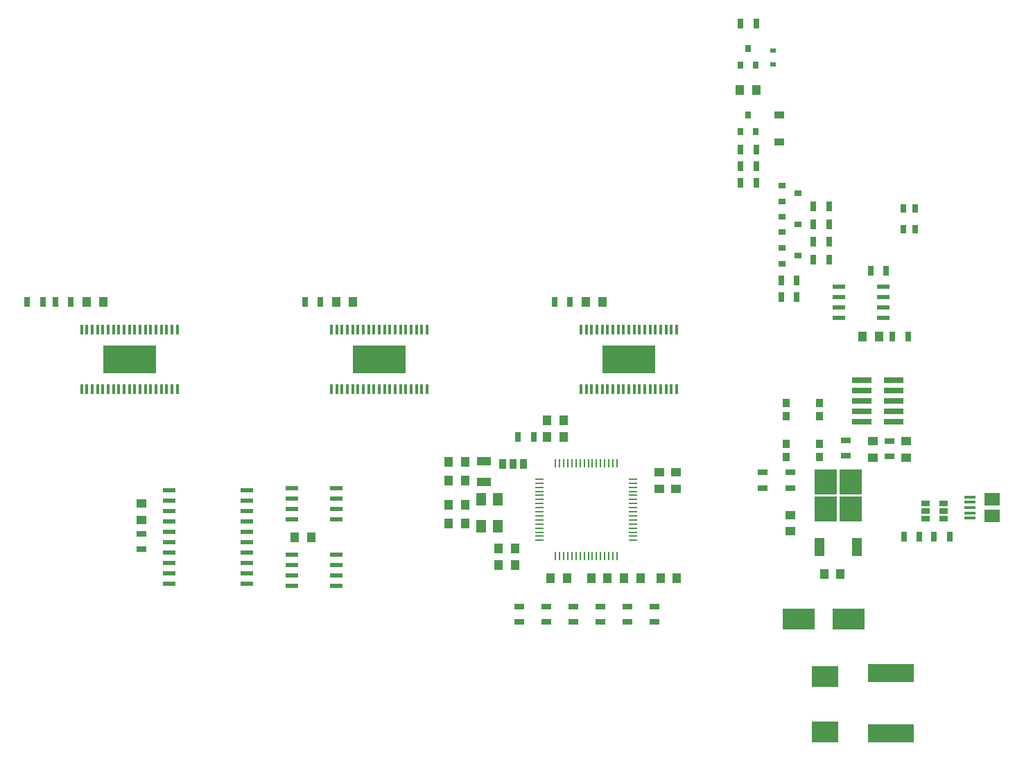
<source format=gbr>
G04 #@! TF.GenerationSoftware,KiCad,Pcbnew,(5.0.1-3-g963ef8bb5)*
G04 #@! TF.CreationDate,2018-10-27T20:23:32-05:00*
G04 #@! TF.ProjectId,kbxBinaryClock.v4,6B627842696E617279436C6F636B2E76,rev?*
G04 #@! TF.SameCoordinates,Original*
G04 #@! TF.FileFunction,Paste,Top*
G04 #@! TF.FilePolarity,Positive*
%FSLAX46Y46*%
G04 Gerber Fmt 4.6, Leading zero omitted, Abs format (unit mm)*
G04 Created by KiCad (PCBNEW (5.0.1-3-g963ef8bb5)) date Saturday, October 27, 2018 at 08:23:32 PM*
%MOMM*%
%LPD*%
G01*
G04 APERTURE LIST*
%ADD10R,1.550000X0.600000*%
%ADD11R,1.500000X0.600000*%
%ADD12R,1.000000X0.250000*%
%ADD13R,0.250000X1.000000*%
%ADD14R,1.300000X0.700000*%
%ADD15R,1.250000X1.000000*%
%ADD16R,2.400000X0.740000*%
%ADD17R,1.000000X1.250000*%
%ADD18R,0.700000X1.300000*%
%ADD19R,0.900000X0.800000*%
%ADD20R,0.970000X1.270000*%
%ADD21R,1.300000X1.600000*%
%ADD22R,1.800000X1.000000*%
%ADD23R,1.900000X1.500000*%
%ADD24R,1.350000X0.400000*%
%ADD25R,6.500000X3.500000*%
%ADD26R,0.400000X1.200000*%
%ADD27R,5.600000X2.300000*%
%ADD28R,0.800000X0.900000*%
%ADD29R,0.900000X1.000000*%
%ADD30R,0.800000X1.000000*%
%ADD31R,4.000000X2.500000*%
%ADD32R,1.060000X0.650000*%
%ADD33R,1.200000X0.900000*%
%ADD34R,3.300000X2.500000*%
%ADD35R,0.800000X0.600000*%
%ADD36R,1.200000X2.200000*%
%ADD37R,2.750000X3.050000*%
G04 APERTURE END LIST*
D10*
G04 #@! TO.C,U7*
X134173000Y-114237000D03*
X134173000Y-115507000D03*
X134173000Y-116777000D03*
X134173000Y-118047000D03*
X139573000Y-118047000D03*
X139573000Y-116777000D03*
X139573000Y-115507000D03*
X139573000Y-114237000D03*
G04 #@! TD*
D11*
G04 #@! TO.C,U5*
X119151000Y-120841000D03*
X119151000Y-119571000D03*
X119151000Y-118301000D03*
X119151000Y-117031000D03*
X119151000Y-115761000D03*
X119151000Y-114491000D03*
X119151000Y-122111000D03*
X119151000Y-123381000D03*
X119151000Y-124651000D03*
X119151000Y-125921000D03*
X128651000Y-125921000D03*
X128651000Y-124651000D03*
X128651000Y-123381000D03*
X128651000Y-122111000D03*
X128651000Y-120841000D03*
X128651000Y-119571000D03*
X128651000Y-118301000D03*
X128651000Y-117031000D03*
X128651000Y-115761000D03*
X128651000Y-114491000D03*
G04 #@! TD*
D12*
G04 #@! TO.C,U1*
X164427000Y-113095000D03*
X164427000Y-113595000D03*
X164427000Y-114095000D03*
X164427000Y-114595000D03*
X164427000Y-115095000D03*
X164427000Y-115595000D03*
X164427000Y-116095000D03*
X164427000Y-116595000D03*
X164427000Y-117095000D03*
X164427000Y-117595000D03*
X164427000Y-118095000D03*
X164427000Y-118595000D03*
X164427000Y-119095000D03*
X164427000Y-119595000D03*
X164427000Y-120095000D03*
X164427000Y-120595000D03*
D13*
X166377000Y-122545000D03*
X166877000Y-122545000D03*
X167377000Y-122545000D03*
X167877000Y-122545000D03*
X168377000Y-122545000D03*
X168877000Y-122545000D03*
X169377000Y-122545000D03*
X169877000Y-122545000D03*
X170377000Y-122545000D03*
X170877000Y-122545000D03*
X171377000Y-122545000D03*
X171877000Y-122545000D03*
X172377000Y-122545000D03*
X172877000Y-122545000D03*
X173377000Y-122545000D03*
X173877000Y-122545000D03*
D12*
X175827000Y-120595000D03*
X175827000Y-120095000D03*
X175827000Y-119595000D03*
X175827000Y-119095000D03*
X175827000Y-118595000D03*
X175827000Y-118095000D03*
X175827000Y-117595000D03*
X175827000Y-117095000D03*
X175827000Y-116595000D03*
X175827000Y-116095000D03*
X175827000Y-115595000D03*
X175827000Y-115095000D03*
X175827000Y-114595000D03*
X175827000Y-114095000D03*
X175827000Y-113595000D03*
X175827000Y-113095000D03*
D13*
X173877000Y-111145000D03*
X173377000Y-111145000D03*
X172877000Y-111145000D03*
X172377000Y-111145000D03*
X171877000Y-111145000D03*
X171377000Y-111145000D03*
X170877000Y-111145000D03*
X170377000Y-111145000D03*
X169877000Y-111145000D03*
X169377000Y-111145000D03*
X168877000Y-111145000D03*
X168377000Y-111145000D03*
X167877000Y-111145000D03*
X167377000Y-111145000D03*
X166877000Y-111145000D03*
X166377000Y-111145000D03*
G04 #@! TD*
D14*
G04 #@! TO.C,R3*
X201803000Y-110236000D03*
X201803000Y-108336000D03*
G04 #@! TD*
G04 #@! TO.C,R8*
X207137000Y-110358000D03*
X207137000Y-108458000D03*
G04 #@! TD*
D15*
G04 #@! TO.C,C22*
X209169000Y-110458000D03*
X209169000Y-108458000D03*
G04 #@! TD*
D14*
G04 #@! TO.C,R7*
X191643000Y-114173000D03*
X191643000Y-112273000D03*
G04 #@! TD*
G04 #@! TO.C,R6*
X195072000Y-114173000D03*
X195072000Y-112273000D03*
G04 #@! TD*
D15*
G04 #@! TO.C,C5*
X205105000Y-108458000D03*
X205105000Y-110458000D03*
G04 #@! TD*
D16*
G04 #@! TO.C,P2*
X203745000Y-100965000D03*
X207645000Y-100965000D03*
X203745000Y-102235000D03*
X207645000Y-102235000D03*
X203745000Y-103505000D03*
X207645000Y-103505000D03*
X203745000Y-104775000D03*
X207645000Y-104775000D03*
X203745000Y-106045000D03*
X207645000Y-106045000D03*
G04 #@! TD*
D17*
G04 #@! TO.C,C13*
X165354000Y-105918000D03*
X167354000Y-105918000D03*
G04 #@! TD*
D10*
G04 #@! TO.C,U8*
X134173000Y-122365000D03*
X134173000Y-123635000D03*
X134173000Y-124905000D03*
X134173000Y-126175000D03*
X139573000Y-126175000D03*
X139573000Y-124905000D03*
X139573000Y-123635000D03*
X139573000Y-122365000D03*
G04 #@! TD*
D18*
G04 #@! TO.C,R20*
X199771000Y-79756000D03*
X197871000Y-79756000D03*
G04 #@! TD*
D19*
G04 #@! TO.C,Q5*
X194008000Y-84838500D03*
X194008000Y-86738500D03*
X196008000Y-85788500D03*
G04 #@! TD*
D18*
G04 #@! TO.C,R22*
X197871000Y-84074000D03*
X199771000Y-84074000D03*
G04 #@! TD*
G04 #@! TO.C,R21*
X197871000Y-81915000D03*
X199771000Y-81915000D03*
G04 #@! TD*
D17*
G04 #@! TO.C,C21*
X134525000Y-120206000D03*
X136525000Y-120206000D03*
G04 #@! TD*
D18*
G04 #@! TO.C,R27*
X195829000Y-88773000D03*
X193929000Y-88773000D03*
G04 #@! TD*
D19*
G04 #@! TO.C,Q4*
X193992000Y-81026000D03*
X193992000Y-82926000D03*
X195992000Y-81976000D03*
G04 #@! TD*
D18*
G04 #@! TO.C,R26*
X195834000Y-90805000D03*
X193934000Y-90805000D03*
G04 #@! TD*
D14*
G04 #@! TO.C,R13*
X175133000Y-128651000D03*
X175133000Y-130551000D03*
G04 #@! TD*
G04 #@! TO.C,R14*
X178435000Y-128651000D03*
X178435000Y-130551000D03*
G04 #@! TD*
D17*
G04 #@! TO.C,C7*
X161417000Y-123571000D03*
X159417000Y-123571000D03*
G04 #@! TD*
G04 #@! TO.C,C2*
X155321000Y-118491000D03*
X153321000Y-118491000D03*
G04 #@! TD*
D20*
G04 #@! TO.C,SB1*
X159893000Y-111252000D03*
X161163000Y-111252000D03*
X162433000Y-111252000D03*
G04 #@! TD*
D21*
G04 #@! TO.C,Y1*
X159288000Y-118859000D03*
X159288000Y-115559000D03*
X157288000Y-115559000D03*
X157288000Y-118859000D03*
G04 #@! TD*
D17*
G04 #@! TO.C,C1*
X155321000Y-116205000D03*
X153321000Y-116205000D03*
G04 #@! TD*
G04 #@! TO.C,C6*
X161417000Y-121539000D03*
X159417000Y-121539000D03*
G04 #@! TD*
G04 #@! TO.C,C4*
X153321000Y-113284000D03*
X155321000Y-113284000D03*
G04 #@! TD*
D22*
G04 #@! TO.C,Y2*
X157607000Y-113411000D03*
X157607000Y-110911000D03*
G04 #@! TD*
D17*
G04 #@! TO.C,C3*
X155321000Y-110998000D03*
X153321000Y-110998000D03*
G04 #@! TD*
D14*
G04 #@! TO.C,R11*
X168529000Y-128651000D03*
X168529000Y-130551000D03*
G04 #@! TD*
D17*
G04 #@! TO.C,C14*
X170720000Y-125222000D03*
X172720000Y-125222000D03*
G04 #@! TD*
D14*
G04 #@! TO.C,R10*
X165227000Y-128651000D03*
X165227000Y-130551000D03*
G04 #@! TD*
G04 #@! TO.C,R12*
X171831000Y-128651000D03*
X171831000Y-130551000D03*
G04 #@! TD*
G04 #@! TO.C,R9*
X161925000Y-128651000D03*
X161925000Y-130551000D03*
G04 #@! TD*
D17*
G04 #@! TO.C,C11*
X176752000Y-125222000D03*
X174752000Y-125222000D03*
G04 #@! TD*
G04 #@! TO.C,C10*
X167767000Y-125222000D03*
X165767000Y-125222000D03*
G04 #@! TD*
G04 #@! TO.C,C12*
X165354000Y-107950000D03*
X167354000Y-107950000D03*
G04 #@! TD*
D15*
G04 #@! TO.C,C8*
X179070000Y-112268000D03*
X179070000Y-114268000D03*
G04 #@! TD*
G04 #@! TO.C,C9*
X181102000Y-112268000D03*
X181102000Y-114268000D03*
G04 #@! TD*
D17*
G04 #@! TO.C,C15*
X179197000Y-125222000D03*
X181197000Y-125222000D03*
G04 #@! TD*
D18*
G04 #@! TO.C,R23*
X161803000Y-107950000D03*
X163703000Y-107950000D03*
G04 #@! TD*
D14*
G04 #@! TO.C,R24*
X115824000Y-121661000D03*
X115824000Y-119761000D03*
G04 #@! TD*
D15*
G04 #@! TO.C,C19*
X115824000Y-118110000D03*
X115824000Y-116110000D03*
G04 #@! TD*
D17*
G04 #@! TO.C,C16*
X109125000Y-91440000D03*
X111125000Y-91440000D03*
G04 #@! TD*
D18*
G04 #@! TO.C,R15*
X107183000Y-91440000D03*
X105283000Y-91440000D03*
G04 #@! TD*
G04 #@! TO.C,R16*
X137663000Y-91440000D03*
X135763000Y-91440000D03*
G04 #@! TD*
D17*
G04 #@! TO.C,C17*
X139605000Y-91440000D03*
X141605000Y-91440000D03*
G04 #@! TD*
D18*
G04 #@! TO.C,R17*
X168148000Y-91440000D03*
X166248000Y-91440000D03*
G04 #@! TD*
D17*
G04 #@! TO.C,C18*
X170085000Y-91440000D03*
X172085000Y-91440000D03*
G04 #@! TD*
D18*
G04 #@! TO.C,R25*
X199771000Y-86233000D03*
X197871000Y-86233000D03*
G04 #@! TD*
G04 #@! TO.C,R18*
X101859000Y-91440000D03*
X103759000Y-91440000D03*
G04 #@! TD*
D19*
G04 #@! TO.C,Q3*
X194008000Y-77218500D03*
X194008000Y-79118500D03*
X196008000Y-78168500D03*
G04 #@! TD*
D23*
G04 #@! TO.C,P1*
X219710000Y-115570000D03*
D24*
X217010000Y-117220000D03*
X217010000Y-117870000D03*
X217010000Y-115270000D03*
X217010000Y-115920000D03*
X217010000Y-116570000D03*
D23*
X219710000Y-117570000D03*
G04 #@! TD*
D25*
G04 #@! TO.C,U4*
X175320000Y-98440000D03*
D26*
X169470000Y-94790000D03*
X170120000Y-94790000D03*
X170770000Y-94790000D03*
X171420000Y-94790000D03*
X172070000Y-94790000D03*
X172720000Y-94790000D03*
X173370000Y-94790000D03*
X174020000Y-94790000D03*
X174670000Y-94790000D03*
X175320000Y-94790000D03*
X175970000Y-94790000D03*
X176620000Y-94790000D03*
X177270000Y-94790000D03*
X177920000Y-94790000D03*
X178570000Y-94790000D03*
X179220000Y-94790000D03*
X179870000Y-94790000D03*
X180520000Y-94790000D03*
X181170000Y-94790000D03*
X181170000Y-102090000D03*
X180520000Y-102090000D03*
X179870000Y-102090000D03*
X179220000Y-102090000D03*
X178570000Y-102090000D03*
X177920000Y-102090000D03*
X177270000Y-102090000D03*
X176620000Y-102090000D03*
X175970000Y-102090000D03*
X175320000Y-102090000D03*
X174670000Y-102090000D03*
X174020000Y-102090000D03*
X173370000Y-102090000D03*
X172720000Y-102090000D03*
X172070000Y-102090000D03*
X171420000Y-102090000D03*
X170770000Y-102090000D03*
X170120000Y-102090000D03*
X169470000Y-102090000D03*
G04 #@! TD*
D25*
G04 #@! TO.C,U3*
X144847000Y-98440000D03*
D26*
X138997000Y-94790000D03*
X139647000Y-94790000D03*
X140297000Y-94790000D03*
X140947000Y-94790000D03*
X141597000Y-94790000D03*
X142247000Y-94790000D03*
X142897000Y-94790000D03*
X143547000Y-94790000D03*
X144197000Y-94790000D03*
X144847000Y-94790000D03*
X145497000Y-94790000D03*
X146147000Y-94790000D03*
X146797000Y-94790000D03*
X147447000Y-94790000D03*
X148097000Y-94790000D03*
X148747000Y-94790000D03*
X149397000Y-94790000D03*
X150047000Y-94790000D03*
X150697000Y-94790000D03*
X150697000Y-102090000D03*
X150047000Y-102090000D03*
X149397000Y-102090000D03*
X148747000Y-102090000D03*
X148097000Y-102090000D03*
X147447000Y-102090000D03*
X146797000Y-102090000D03*
X146147000Y-102090000D03*
X145497000Y-102090000D03*
X144847000Y-102090000D03*
X144197000Y-102090000D03*
X143547000Y-102090000D03*
X142897000Y-102090000D03*
X142247000Y-102090000D03*
X141597000Y-102090000D03*
X140947000Y-102090000D03*
X140297000Y-102090000D03*
X139647000Y-102090000D03*
X138997000Y-102090000D03*
G04 #@! TD*
D25*
G04 #@! TO.C,U2*
X114337000Y-98440000D03*
D26*
X108487000Y-94790000D03*
X109137000Y-94790000D03*
X109787000Y-94790000D03*
X110437000Y-94790000D03*
X111087000Y-94790000D03*
X111737000Y-94790000D03*
X112387000Y-94790000D03*
X113037000Y-94790000D03*
X113687000Y-94790000D03*
X114337000Y-94790000D03*
X114987000Y-94790000D03*
X115637000Y-94790000D03*
X116287000Y-94790000D03*
X116937000Y-94790000D03*
X117587000Y-94790000D03*
X118237000Y-94790000D03*
X118887000Y-94790000D03*
X119537000Y-94790000D03*
X120187000Y-94790000D03*
X120187000Y-102090000D03*
X119537000Y-102090000D03*
X118887000Y-102090000D03*
X118237000Y-102090000D03*
X117587000Y-102090000D03*
X116937000Y-102090000D03*
X116287000Y-102090000D03*
X115637000Y-102090000D03*
X114987000Y-102090000D03*
X114337000Y-102090000D03*
X113687000Y-102090000D03*
X113037000Y-102090000D03*
X112387000Y-102090000D03*
X111737000Y-102090000D03*
X111087000Y-102090000D03*
X110437000Y-102090000D03*
X109787000Y-102090000D03*
X109137000Y-102090000D03*
X108487000Y-102090000D03*
G04 #@! TD*
D27*
G04 #@! TO.C,F1*
X207366000Y-144204000D03*
X207366000Y-136804000D03*
G04 #@! TD*
D28*
G04 #@! TO.C,Q2*
X188915000Y-70580000D03*
X190815000Y-70580000D03*
X189865000Y-68580000D03*
G04 #@! TD*
D18*
G04 #@! TO.C,R1*
X214503000Y-120142000D03*
X212603000Y-120142000D03*
G04 #@! TD*
G04 #@! TO.C,R2*
X208915000Y-120142000D03*
X210815000Y-120142000D03*
G04 #@! TD*
G04 #@! TO.C,R4*
X188981000Y-76835000D03*
X190881000Y-76835000D03*
G04 #@! TD*
G04 #@! TO.C,R5*
X188981000Y-74803000D03*
X190881000Y-74803000D03*
G04 #@! TD*
D29*
G04 #@! TO.C,SW1*
X198628000Y-110363000D03*
X198628000Y-108763000D03*
X194528000Y-110363000D03*
X194528000Y-108763000D03*
G04 #@! TD*
D17*
G04 #@! TO.C,C24*
X201168000Y-124714000D03*
X199168000Y-124714000D03*
G04 #@! TD*
D15*
G04 #@! TO.C,C25*
X195072000Y-117475000D03*
X195072000Y-119475000D03*
G04 #@! TD*
D30*
G04 #@! TO.C,LED26*
X208850000Y-82530000D03*
X208850000Y-80030000D03*
X210250000Y-80030000D03*
X210250000Y-82530000D03*
G04 #@! TD*
D31*
G04 #@! TO.C,C23*
X202184000Y-130175000D03*
X196084000Y-130175000D03*
G04 #@! TD*
D17*
G04 #@! TO.C,C27*
X190881000Y-65532000D03*
X188881000Y-65532000D03*
G04 #@! TD*
D32*
G04 #@! TO.C,D1*
X211541000Y-116078000D03*
X211541000Y-117028000D03*
X211541000Y-117978000D03*
X213741000Y-117978000D03*
X213741000Y-116078000D03*
X213741000Y-117028000D03*
G04 #@! TD*
D33*
G04 #@! TO.C,D2*
X193675000Y-71880000D03*
X193675000Y-68580000D03*
G04 #@! TD*
D34*
G04 #@! TO.C,D3*
X199263000Y-144018000D03*
X199263000Y-137218000D03*
G04 #@! TD*
D28*
G04 #@! TO.C,D4*
X188915000Y-62484000D03*
X190815000Y-62484000D03*
X189865000Y-60484000D03*
G04 #@! TD*
D35*
G04 #@! TO.C,D5*
X192913000Y-62406000D03*
X192913000Y-60706000D03*
G04 #@! TD*
D18*
G04 #@! TO.C,R19*
X188981000Y-72771000D03*
X190881000Y-72771000D03*
G04 #@! TD*
G04 #@! TO.C,R28*
X206756000Y-87630000D03*
X204856000Y-87630000D03*
G04 #@! TD*
D10*
G04 #@! TO.C,U6*
X200975000Y-89535000D03*
X200975000Y-90805000D03*
X200975000Y-92075000D03*
X200975000Y-93345000D03*
X206375000Y-93345000D03*
X206375000Y-92075000D03*
X206375000Y-90805000D03*
X206375000Y-89535000D03*
G04 #@! TD*
D36*
G04 #@! TO.C,U9*
X198640000Y-121412000D03*
X203200000Y-121412000D03*
D37*
X202445000Y-113437000D03*
X199395000Y-116787000D03*
X199395000Y-113437000D03*
X202445000Y-116787000D03*
G04 #@! TD*
D17*
G04 #@! TO.C,C20*
X203867000Y-95631000D03*
X205867000Y-95631000D03*
G04 #@! TD*
D18*
G04 #@! TO.C,R29*
X207518000Y-95631000D03*
X209418000Y-95631000D03*
G04 #@! TD*
G04 #@! TO.C,R30*
X190881000Y-57404000D03*
X188981000Y-57404000D03*
G04 #@! TD*
D29*
G04 #@! TO.C,SW2*
X198628000Y-105410000D03*
X198628000Y-103810000D03*
X194528000Y-105410000D03*
X194528000Y-103810000D03*
G04 #@! TD*
M02*

</source>
